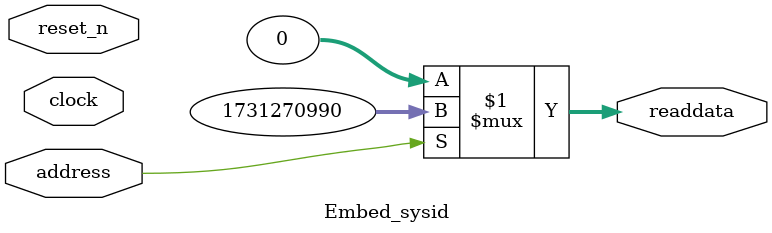
<source format=v>



// synthesis translate_off
`timescale 1ns / 1ps
// synthesis translate_on

// turn off superfluous verilog processor warnings 
// altera message_level Level1 
// altera message_off 10034 10035 10036 10037 10230 10240 10030 

module Embed_sysid (
               // inputs:
                address,
                clock,
                reset_n,

               // outputs:
                readdata
             )
;

  output  [ 31: 0] readdata;
  input            address;
  input            clock;
  input            reset_n;

  wire    [ 31: 0] readdata;
  //control_slave, which is an e_avalon_slave
  assign readdata = address ? 1731270990 : 0;

endmodule



</source>
